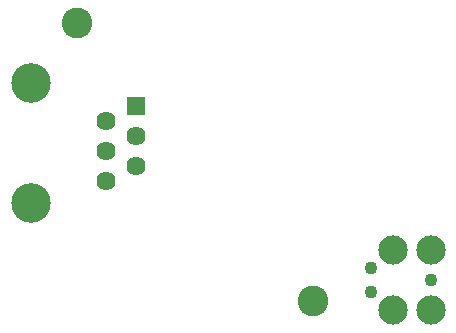
<source format=gbr>
%TF.GenerationSoftware,KiCad,Pcbnew,5.1.6-1*%
%TF.CreationDate,2020-10-25T22:15:29+01:00*%
%TF.ProjectId,meterkast,6d657465-726b-4617-9374-2e6b69636164,rev?*%
%TF.SameCoordinates,Original*%
%TF.FileFunction,Soldermask,Bot*%
%TF.FilePolarity,Negative*%
%FSLAX46Y46*%
G04 Gerber Fmt 4.6, Leading zero omitted, Abs format (unit mm)*
G04 Created by KiCad (PCBNEW 5.1.6-1) date 2020-10-25 22:15:29*
%MOMM*%
%LPD*%
G01*
G04 APERTURE LIST*
%ADD10C,2.600000*%
%ADD11C,1.090600*%
%ADD12C,2.474900*%
%ADD13R,1.620000X1.620000*%
%ADD14C,3.350000*%
%ADD15C,1.620000*%
G04 APERTURE END LIST*
D10*
%TO.C,M2*%
X101500000Y-139250000D03*
%TD*%
%TO.C,M1*%
X81500000Y-115750000D03*
%TD*%
D11*
%TO.C,J2*%
X111500000Y-137540000D03*
X106420000Y-136524000D03*
X106420000Y-138556000D03*
D12*
X108325000Y-135000000D03*
X108325000Y-140080000D03*
X111500000Y-140080000D03*
X111500000Y-135000000D03*
%TD*%
D13*
%TO.C,J1*%
X86500000Y-122750000D03*
D14*
X77610000Y-120840000D03*
D15*
X83960000Y-124020000D03*
X86500000Y-125290000D03*
X83960000Y-126560000D03*
X86500000Y-127830000D03*
X83960000Y-129100000D03*
D14*
X77610000Y-131000000D03*
%TD*%
M02*

</source>
